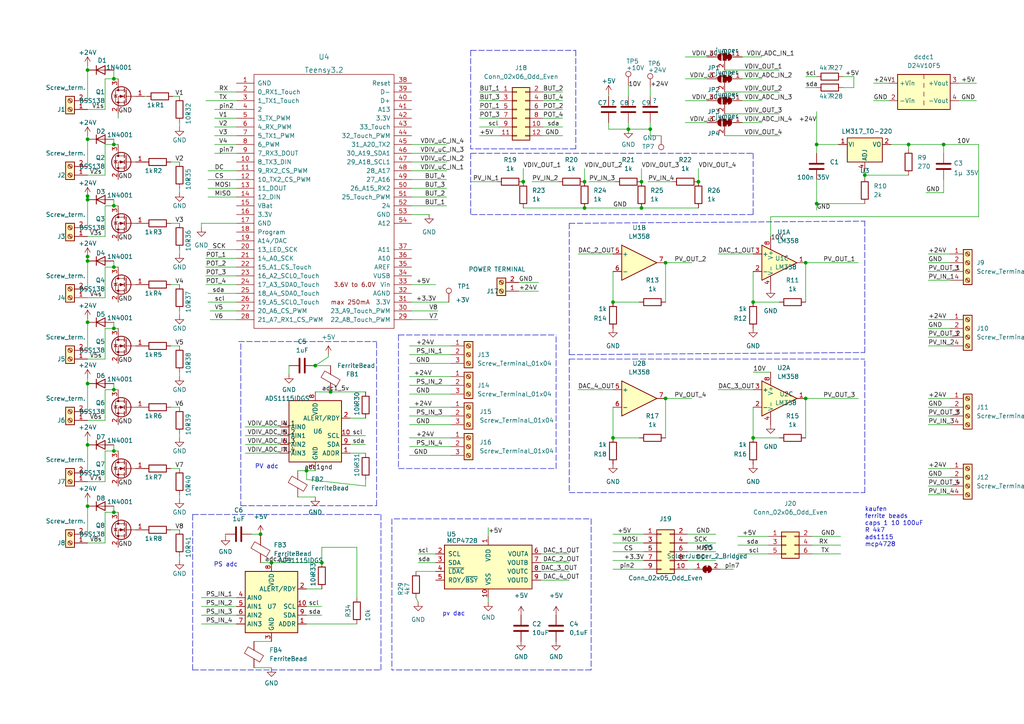
<source format=kicad_sch>
(kicad_sch (version 20211123) (generator eeschema)
  (paper "A4")
  (junction (at 233.68 76.2))
  (junction (at 33.02 22.86))
  (junction (at 25.4 74.422))
  (junction (at 33.02 41.91))
  (junction (at 218.44 87.63))
  (junction (at 33.02 59.69))
  (junction (at 186.055 60.325))
  (junction (at 93.345 163.195))
  (junction (at 233.68 115.57))
  (junction (at 169.545 60.325))
  (junction (at 88.9 136.525))
  (junction (at 182.245 37.465))
  (junction (at 25.4 20.32))
  (junction (at 218.44 127))
  (junction (at 33.02 130.81))
  (junction (at 186.055 52.705))
  (junction (at 25.4 40.386))
  (junction (at 236.855 41.91))
  (junction (at 193.04 76.2))
  (junction (at 177.8 127))
  (junction (at 33.02 77.47))
  (junction (at 91.44 106.045))
  (junction (at 273.685 41.91))
  (junction (at 177.8 87.63))
  (junction (at 33.02 95.25))
  (junction (at 188.595 37.465))
  (junction (at 25.4 93.472))
  (junction (at 193.04 115.57))
  (junction (at 78.74 163.195))
  (junction (at 25.4 57.912))
  (junction (at 263.525 41.91))
  (junction (at 25.4 146.812))
  (junction (at 95.885 113.665))
  (junction (at 25.4 111.252))
  (junction (at 33.02 113.03))
  (junction (at 33.02 148.59))
  (junction (at 202.565 52.705))
  (junction (at 236.855 59.055))
  (junction (at 25.4 56.896))
  (junction (at 169.545 52.705))
  (junction (at 75.565 154.94))
  (junction (at 250.825 50.8))
  (junction (at 151.765 52.705))
  (junction (at 25.4 75.692))
  (junction (at 25.4 129.032))
  (wire (pts (xy 177.8 127) (xy 185.42 127)))
  (wire (pts (xy 169.545 48.895) (xy 169.545 52.705)))
  (wire (pts (xy 136.525 52.705) (xy 144.145 52.705)))
  (wire (pts (xy 119.38 87.63) (xy 130.175 87.63)))
  (wire (pts (xy 208.28 113.03) (xy 218.44 113.03)))
  (wire (pts (xy 58.42 175.895) (xy 68.58 175.895)))
  (wire (pts (xy 126.365 165.735) (xy 120.65 165.735)))
  (wire (pts (xy 34.29 104.14) (xy 34.29 105.41)))
  (wire (pts (xy 193.04 76.2) (xy 200.66 76.2)))
  (wire (pts (xy 60.96 92.71) (xy 68.58 92.71)))
  (wire (pts (xy 119.38 82.55) (xy 126.365 82.55)))
  (wire (pts (xy 218.44 118.11) (xy 218.44 127)))
  (wire (pts (xy 121.285 160.655) (xy 126.365 160.655)))
  (wire (pts (xy 273.685 52.07) (xy 273.685 55.88)))
  (wire (pts (xy 60.325 87.63) (xy 68.58 87.63)))
  (wire (pts (xy 33.02 113.03) (xy 34.29 113.03)))
  (wire (pts (xy 177.8 87.63) (xy 185.42 87.63)))
  (wire (pts (xy 121.285 174.625) (xy 120.65 173.355)))
  (wire (pts (xy 60.325 49.53) (xy 68.58 49.53)))
  (wire (pts (xy 25.4 31.75) (xy 30.48 31.75)))
  (wire (pts (xy 215.265 22.86) (xy 220.98 22.86)))
  (wire (pts (xy 95.885 113.665) (xy 106.045 113.665)))
  (wire (pts (xy 49.53 46.99) (xy 52.07 46.99)))
  (polyline (pts (xy 165.1 102.87) (xy 250.825 102.235)))
  (wire (pts (xy 193.04 115.57) (xy 200.66 115.57)))
  (wire (pts (xy 118.745 102.87) (xy 130.81 102.87)))
  (wire (pts (xy 233.68 115.57) (xy 233.68 127)))
  (wire (pts (xy 60.325 52.07) (xy 68.58 52.07)))
  (wire (pts (xy 244.475 25.4) (xy 247.65 25.4)))
  (wire (pts (xy 93.345 158.75) (xy 103.505 158.75)))
  (wire (pts (xy 139.065 39.37) (xy 144.78 39.37)))
  (wire (pts (xy 269.24 115.57) (xy 275.59 115.57)))
  (wire (pts (xy 75.565 154.94) (xy 73.025 154.94)))
  (wire (pts (xy 33.02 146.812) (xy 33.02 148.59)))
  (wire (pts (xy 150.495 81.915) (xy 156.21 81.915)))
  (wire (pts (xy 59.69 82.55) (xy 68.58 82.55)))
  (wire (pts (xy 223.52 62.865) (xy 223.52 68.58)))
  (wire (pts (xy 218.44 127) (xy 226.06 127)))
  (wire (pts (xy 34.29 33.02) (xy 34.29 34.29)))
  (wire (pts (xy 208.915 165.1) (xy 212.725 165.1)))
  (wire (pts (xy 59.69 80.01) (xy 68.58 80.01)))
  (wire (pts (xy 62.23 31.75) (xy 68.58 31.75)))
  (wire (pts (xy 25.4 109.728) (xy 25.4 111.252)))
  (wire (pts (xy 218.44 78.74) (xy 218.44 87.63)))
  (wire (pts (xy 198.755 16.51) (xy 205.105 16.51)))
  (polyline (pts (xy 114.3 150.495) (xy 171.45 150.495)))
  (wire (pts (xy 25.4 50.8) (xy 30.48 50.8)))
  (wire (pts (xy 88.9 175.895) (xy 93.345 175.895)))
  (polyline (pts (xy 250.825 142.875) (xy 250.825 104.14)))
  (wire (pts (xy 118.745 127) (xy 130.81 127)))
  (wire (pts (xy 169.545 60.325) (xy 186.055 60.325)))
  (wire (pts (xy 215.265 29.21) (xy 220.98 29.21)))
  (wire (pts (xy 139.065 34.29) (xy 144.78 34.29)))
  (wire (pts (xy 30.48 148.59) (xy 33.02 148.59)))
  (polyline (pts (xy 218.44 62.23) (xy 136.525 62.23)))
  (wire (pts (xy 119.38 41.91) (xy 129.54 41.91)))
  (wire (pts (xy 118.745 120.65) (xy 130.81 120.65)))
  (wire (pts (xy 25.4 20.32) (xy 25.4 29.21)))
  (wire (pts (xy 33.02 40.386) (xy 33.02 41.91)))
  (wire (pts (xy 103.505 158.75) (xy 103.505 173.355)))
  (wire (pts (xy 119.38 62.23) (xy 124.46 62.23)))
  (wire (pts (xy 223.52 62.865) (xy 283.845 62.865)))
  (wire (pts (xy 193.04 115.57) (xy 193.04 127)))
  (wire (pts (xy 30.48 59.69) (xy 33.02 59.69)))
  (wire (pts (xy 25.4 56.896) (xy 25.4 57.912)))
  (wire (pts (xy 269.24 118.11) (xy 275.59 118.11)))
  (wire (pts (xy 25.4 127.762) (xy 25.4 129.032)))
  (wire (pts (xy 269.24 78.74) (xy 275.59 78.74)))
  (wire (pts (xy 177.8 118.11) (xy 177.8 127)))
  (wire (pts (xy 86.36 136.525) (xy 88.9 136.525)))
  (wire (pts (xy 50.165 27.94) (xy 52.07 27.94)))
  (wire (pts (xy 188.595 27.94) (xy 188.595 25.4)))
  (wire (pts (xy 236.855 41.91) (xy 243.205 41.91)))
  (wire (pts (xy 30.48 68.58) (xy 30.48 59.69)))
  (wire (pts (xy 42.545 27.94) (xy 41.91 27.94)))
  (wire (pts (xy 199.39 160.02) (xy 207.6029 160.0285)))
  (wire (pts (xy 25.4 56.642) (xy 25.4 56.896)))
  (wire (pts (xy 167.64 73.66) (xy 177.8 73.66)))
  (wire (pts (xy 201.295 165.1) (xy 199.39 165.1)))
  (wire (pts (xy 118.745 129.54) (xy 130.81 129.54)))
  (wire (pts (xy 157.48 26.67) (xy 163.195 26.67)))
  (wire (pts (xy 95.25 103.505) (xy 95.25 102.87)))
  (wire (pts (xy 177.7579 160.0285) (xy 186.69 160.02)))
  (wire (pts (xy 182.245 37.465) (xy 188.595 37.465)))
  (wire (pts (xy 177.8 78.74) (xy 177.8 87.63)))
  (wire (pts (xy 182.245 35.56) (xy 182.245 37.465)))
  (wire (pts (xy 34.29 68.58) (xy 34.29 69.85)))
  (wire (pts (xy 283.845 41.91) (xy 283.845 62.865)))
  (wire (pts (xy 33.02 57.912) (xy 33.02 59.69)))
  (wire (pts (xy 25.4 74.168) (xy 25.4 74.422)))
  (wire (pts (xy 62.23 41.91) (xy 68.58 41.91)))
  (wire (pts (xy 177.7579 157.4885) (xy 186.69 157.48)))
  (wire (pts (xy 269.24 120.65) (xy 275.59 120.65)))
  (wire (pts (xy 25.4 129.032) (xy 25.4 137.16)))
  (wire (pts (xy 33.02 77.47) (xy 34.29 77.47)))
  (wire (pts (xy 34.29 139.7) (xy 34.29 140.97)))
  (wire (pts (xy 30.48 31.75) (xy 30.48 22.86)))
  (wire (pts (xy 118.745 114.3) (xy 130.81 114.3)))
  (wire (pts (xy 253.365 29.21) (xy 257.81 29.21)))
  (wire (pts (xy 236.855 41.91) (xy 236.855 44.45)))
  (wire (pts (xy 34.29 50.8) (xy 34.29 52.07)))
  (wire (pts (xy 119.38 92.71) (xy 127 92.71)))
  (wire (pts (xy 60.325 54.61) (xy 68.58 54.61)))
  (wire (pts (xy 101.6 131.445) (xy 106.045 131.445)))
  (wire (pts (xy 269.24 95.25) (xy 275.59 95.25)))
  (wire (pts (xy 235.585 160.655) (xy 243.84 160.655)))
  (wire (pts (xy 144.78 26.67) (xy 139.065 26.67)))
  (wire (pts (xy 233.68 115.57) (xy 248.92 115.57)))
  (wire (pts (xy 213.995 160.655) (xy 222.885 160.655)))
  (wire (pts (xy 88.9 170.815) (xy 93.345 170.815)))
  (wire (pts (xy 139.065 29.21) (xy 144.78 29.21)))
  (wire (pts (xy 49.53 82.55) (xy 52.07 82.55)))
  (wire (pts (xy 258.445 41.91) (xy 263.525 41.91)))
  (wire (pts (xy 188.595 37.465) (xy 188.595 39.37)))
  (wire (pts (xy 269.24 123.19) (xy 275.59 123.19)))
  (wire (pts (xy 75.565 163.195) (xy 78.74 163.195)))
  (wire (pts (xy 250.825 49.53) (xy 250.825 50.8)))
  (wire (pts (xy 71.12 126.365) (xy 81.28 126.365)))
  (wire (pts (xy 233.68 76.2) (xy 248.92 76.2)))
  (wire (pts (xy 59.69 29.21) (xy 68.58 29.21)))
  (wire (pts (xy 101.6 121.285) (xy 106.045 121.285)))
  (wire (pts (xy 118.745 118.11) (xy 130.81 118.11)))
  (wire (pts (xy 250.825 50.8) (xy 263.525 50.8)))
  (wire (pts (xy 269.24 92.71) (xy 275.59 92.71)))
  (wire (pts (xy 93.345 158.75) (xy 93.345 163.195)))
  (wire (pts (xy 25.4 92.456) (xy 25.4 93.472)))
  (wire (pts (xy 78.74 163.195) (xy 93.345 163.195)))
  (wire (pts (xy 95.885 106.045) (xy 91.44 106.045)))
  (wire (pts (xy 208.28 73.66) (xy 218.44 73.66)))
  (wire (pts (xy 52.07 54.61) (xy 52.07 55.88)))
  (wire (pts (xy 269.24 97.79) (xy 275.59 97.79)))
  (wire (pts (xy 210.185 20.32) (xy 226.06 20.32)))
  (wire (pts (xy 25.4 86.36) (xy 30.48 86.36)))
  (wire (pts (xy 188.595 37.465) (xy 188.595 35.56)))
  (wire (pts (xy 30.48 139.7) (xy 30.48 130.81)))
  (wire (pts (xy 188.595 39.37) (xy 191.77 39.37)))
  (wire (pts (xy 25.4 75.692) (xy 25.4 83.82)))
  (wire (pts (xy 118.745 109.22) (xy 130.81 109.22)))
  (wire (pts (xy 30.48 113.03) (xy 33.02 113.03)))
  (wire (pts (xy 52.07 125.73) (xy 52.07 127)))
  (wire (pts (xy 62.23 26.67) (xy 68.58 26.67)))
  (wire (pts (xy 33.02 20.32) (xy 33.02 22.86)))
  (wire (pts (xy 269.24 135.89) (xy 275.59 135.89)))
  (wire (pts (xy 52.07 90.17) (xy 52.07 91.44)))
  (wire (pts (xy 247.65 22.225) (xy 247.65 25.4)))
  (wire (pts (xy 141.605 173.355) (xy 141.605 174.625)))
  (polyline (pts (xy 165.1 142.875) (xy 250.825 142.875)))
  (wire (pts (xy 58.42 173.355) (xy 68.58 173.355)))
  (wire (pts (xy 187.96 52.705) (xy 194.945 52.705)))
  (polyline (pts (xy 218.44 44.45) (xy 218.44 62.23)))
  (wire (pts (xy 25.4 145.542) (xy 25.4 146.812)))
  (wire (pts (xy 202.565 48.895) (xy 202.565 52.705)))
  (wire (pts (xy 58.42 180.975) (xy 68.58 180.975)))
  (wire (pts (xy 58.42 64.77) (xy 58.42 66.04)))
  (wire (pts (xy 233.68 22.225) (xy 236.855 22.225)))
  (wire (pts (xy 235.585 155.575) (xy 243.84 155.575)))
  (polyline (pts (xy 109.22 146.685) (xy 109.22 99.06)))
  (wire (pts (xy 156.845 168.275) (xy 165.1 168.275)))
  (wire (pts (xy 118.745 105.41) (xy 130.81 105.41)))
  (wire (pts (xy 71.12 128.905) (xy 81.28 128.905)))
  (wire (pts (xy 167.64 113.03) (xy 177.8 113.03)))
  (wire (pts (xy 106.045 139.065) (xy 106.045 140.97)))
  (wire (pts (xy 269.24 143.51) (xy 275.59 143.51)))
  (wire (pts (xy 60.325 85.09) (xy 68.58 85.09)))
  (wire (pts (xy 49.53 118.11) (xy 52.07 118.11)))
  (wire (pts (xy 244.475 22.225) (xy 247.65 22.225)))
  (wire (pts (xy 193.04 76.2) (xy 193.04 87.63)))
  (wire (pts (xy 177.8 165.1) (xy 186.69 165.1)))
  (polyline (pts (xy 115.57 135.89) (xy 161.29 135.89)))
  (wire (pts (xy 25.4 111.252) (xy 25.4 119.38)))
  (wire (pts (xy 71.12 123.825) (xy 81.28 123.825)))
  (wire (pts (xy 157.48 34.29) (xy 163.195 34.29)))
  (wire (pts (xy 156.845 163.195) (xy 165.1 163.195)))
  (wire (pts (xy 119.38 54.61) (xy 129.54 54.61)))
  (wire (pts (xy 73.66 193.675) (xy 78.74 193.675)))
  (wire (pts (xy 65.405 155.575) (xy 65.405 154.94)))
  (wire (pts (xy 34.29 157.48) (xy 34.29 158.75)))
  (wire (pts (xy 59.69 77.47) (xy 68.58 77.47)))
  (wire (pts (xy 49.53 64.77) (xy 52.07 64.77)))
  (wire (pts (xy 34.29 86.36) (xy 34.29 87.63)))
  (wire (pts (xy 263.525 41.91) (xy 273.685 41.91)))
  (wire (pts (xy 30.48 130.81) (xy 33.02 130.81)))
  (polyline (pts (xy 115.57 97.155) (xy 161.29 97.155)))
  (wire (pts (xy 215.265 16.51) (xy 220.98 16.51)))
  (wire (pts (xy 30.48 77.47) (xy 33.02 77.47)))
  (wire (pts (xy 218.44 87.63) (xy 226.06 87.63)))
  (wire (pts (xy 25.4 68.58) (xy 30.48 68.58)))
  (wire (pts (xy 101.6 126.365) (xy 106.045 126.365)))
  (wire (pts (xy 59.69 74.93) (xy 68.58 74.93)))
  (wire (pts (xy 186.055 60.325) (xy 202.565 60.325)))
  (polyline (pts (xy 165.1 64.77) (xy 165.1 102.87)))
  (polyline (pts (xy 165.1 104.14) (xy 165.1 142.875)))
  (wire (pts (xy 52.07 35.56) (xy 52.07 36.83)))
  (polyline (pts (xy 115.57 97.155) (xy 115.57 135.89)))
  (wire (pts (xy 250.825 59.055) (xy 236.855 59.055)))
  (polyline (pts (xy 165.1 104.14) (xy 250.825 104.14)))
  (wire (pts (xy 86.36 144.145) (xy 91.44 144.145)))
  (wire (pts (xy 30.48 41.91) (xy 33.02 41.91)))
  (wire (pts (xy 60.96 90.17) (xy 68.58 90.17)))
  (wire (pts (xy 88.9 136.525) (xy 91.44 136.525)))
  (polyline (pts (xy 161.29 135.89) (xy 161.29 97.155)))
  (wire (pts (xy 30.48 22.86) (xy 33.02 22.86)))
  (wire (pts (xy 273.685 41.91) (xy 273.685 44.45)))
  (wire (pts (xy 210.185 26.67) (xy 226.06 26.67)))
  (wire (pts (xy 263.525 41.91) (xy 263.525 43.18)))
  (polyline (pts (xy 55.88 149.225) (xy 55.88 194.31)))
  (wire (pts (xy 106.045 140.97) (xy 88.9 139.065)))
  (wire (pts (xy 33.02 75.692) (xy 33.02 77.47)))
  (wire (pts (xy 269.24 100.33) (xy 275.59 100.33)))
  (wire (pts (xy 118.745 123.19) (xy 130.81 123.19)))
  (wire (pts (xy 118.745 100.33) (xy 130.81 100.33)))
  (wire (pts (xy 25.4 157.48) (xy 30.48 157.48)))
  (wire (pts (xy 30.48 86.36) (xy 30.48 77.47)))
  (wire (pts (xy 182.245 24.765) (xy 182.245 27.94)))
  (wire (pts (xy 156.845 165.735) (xy 165.1 165.735)))
  (wire (pts (xy 88.9 139.065) (xy 88.9 136.525)))
  (wire (pts (xy 33.02 93.472) (xy 33.02 95.25)))
  (wire (pts (xy 60.325 72.39) (xy 68.58 72.39)))
  (wire (pts (xy 223.52 107.95) (xy 218.44 107.95)))
  (wire (pts (xy 269.24 138.43) (xy 275.59 138.43)))
  (wire (pts (xy 58.42 178.435) (xy 68.58 178.435)))
  (polyline (pts (xy 69.85 146.685) (xy 109.22 146.685)))
  (wire (pts (xy 157.48 36.83) (xy 163.195 36.83)))
  (wire (pts (xy 60.325 57.15) (xy 68.58 57.15)))
  (wire (pts (xy 139.065 36.83) (xy 144.78 36.83)))
  (wire (pts (xy 186.055 48.895) (xy 186.055 52.705)))
  (polyline (pts (xy 69.85 99.695) (xy 69.85 146.685)))
  (wire (pts (xy 25.4 93.472) (xy 25.4 101.6)))
  (wire (pts (xy 199.39 157.48) (xy 207.6029 157.4885)))
  (wire (pts (xy 119.38 49.53) (xy 129.54 49.53)))
  (wire (pts (xy 33.02 59.69) (xy 34.29 59.69)))
  (wire (pts (xy 25.4 57.912) (xy 25.4 66.04)))
  (polyline (pts (xy 165.1 64.77) (xy 250.825 64.135)))
  (wire (pts (xy 49.53 135.89) (xy 52.07 135.89)))
  (wire (pts (xy 33.02 130.81) (xy 34.29 130.81)))
  (wire (pts (xy 151.765 60.325) (xy 169.545 60.325)))
  (wire (pts (xy 236.855 59.055) (xy 236.855 60.96)))
  (wire (pts (xy 33.02 129.032) (xy 33.02 130.81)))
  (polyline (pts (xy 55.88 149.225) (xy 110.49 149.225)))
  (wire (pts (xy 199.39 154.94) (xy 207.6029 154.9485)))
  (polyline (pts (xy 110.49 194.31) (xy 110.49 149.225)))
  (wire (pts (xy 75.565 155.575) (xy 75.565 154.94)))
  (wire (pts (xy 119.38 44.45) (xy 129.54 44.45)))
  (wire (pts (xy 62.23 34.29) (xy 68.58 34.29)))
  (polyline (pts (xy 167.005 43.18) (xy 136.525 43.18)))
  (wire (pts (xy 33.02 22.86) (xy 34.29 22.86)))
  (wire (pts (xy 170.815 52.705) (xy 178.435 52.705)))
  (wire (pts (xy 176.53 37.465) (xy 176.53 35.56)))
  (wire (pts (xy 235.585 158.115) (xy 243.84 158.115)))
  (polyline (pts (xy 136.525 14.605) (xy 136.525 43.18)))
  (wire (pts (xy 176.53 27.305) (xy 176.53 27.94)))
  (wire (pts (xy 119.38 90.17) (xy 127 90.17)))
  (polyline (pts (xy 171.45 194.31) (xy 113.665 194.31)))
  (wire (pts (xy 62.23 36.83) (xy 68.58 36.83)))
  (wire (pts (xy 25.4 139.7) (xy 30.48 139.7)))
  (wire (pts (xy 215.265 35.56) (xy 220.98 35.56)))
  (wire (pts (xy 233.68 76.2) (xy 233.68 87.63)))
  (wire (pts (xy 250.825 50.8) (xy 250.825 51.435)))
  (wire (pts (xy 157.48 39.37) (xy 163.195 39.37)))
  (wire (pts (xy 30.48 121.92) (xy 30.48 113.03)))
  (wire (pts (xy 95.25 103.505) (xy 91.44 106.045)))
  (wire (pts (xy 157.48 29.21) (xy 163.195 29.21)))
  (wire (pts (xy 52.07 107.95) (xy 52.07 109.22)))
  (polyline (pts (xy 136.525 44.45) (xy 136.525 62.23)))
  (wire (pts (xy 49.53 153.67) (xy 52.07 153.67)))
  (wire (pts (xy 177.7579 154.9485) (xy 186.69 154.94)))
  (wire (pts (xy 213.995 155.575) (xy 222.885 155.575)))
  (wire (pts (xy 62.23 44.45) (xy 68.58 44.45)))
  (polyline (pts (xy 113.665 150.495) (xy 113.665 194.31)))
  (wire (pts (xy 253.365 24.13) (xy 257.81 24.13)))
  (polyline (pts (xy 250.825 102.235) (xy 250.825 64.135)))
  (wire (pts (xy 25.4 74.422) (xy 25.4 75.692)))
  (wire (pts (xy 154.305 52.705) (xy 161.925 52.705)))
  (wire (pts (xy 71.12 131.445) (xy 81.28 131.445)))
  (wire (pts (xy 119.38 57.15) (xy 129.54 57.15)))
  (wire (pts (xy 101.6 128.905) (xy 106.045 128.905)))
  (wire (pts (xy 151.765 48.895) (xy 151.765 52.705)))
  (wire (pts (xy 68.58 64.77) (xy 58.42 64.77)))
  (wire (pts (xy 121.285 163.195) (xy 126.365 163.195)))
  (wire (pts (xy 150.495 84.455) (xy 156.21 84.455)))
  (polyline (pts (xy 171.45 150.495) (xy 171.45 194.31)))
  (wire (pts (xy 119.38 59.69) (xy 129.54 59.69)))
  (wire (pts (xy 141.605 153.035) (xy 141.605 155.575)))
  (wire (pts (xy 25.4 19.05) (xy 25.4 20.32)))
  (wire (pts (xy 52.07 161.29) (xy 52.07 162.56)))
  (wire (pts (xy 33.02 148.59) (xy 34.29 148.59)))
  (wire (pts (xy 198.755 22.86) (xy 205.105 22.86)))
  (wire (pts (xy 236.855 52.07) (xy 236.855 59.055)))
  (wire (pts (xy 73.66 186.055) (xy 78.74 186.055)))
  (wire (pts (xy 118.745 132.08) (xy 130.81 132.08)))
  (wire (pts (xy 91.44 113.665) (xy 95.885 113.665)))
  (wire (pts (xy 34.29 121.92) (xy 34.29 123.19)))
  (wire (pts (xy 25.4 39.37) (xy 25.4 40.386)))
  (polyline (pts (xy 136.525 14.605) (xy 167.005 14.605)))
  (wire (pts (xy 25.4 40.386) (xy 25.4 48.26)))
  (wire (pts (xy 273.685 41.91) (xy 283.845 41.91)))
  (wire (pts (xy 177.7579 162.5685) (xy 186.69 162.56)))
  (wire (pts (xy 33.02 41.91) (xy 34.29 41.91)))
  (wire (pts (xy 156.845 160.655) (xy 165.1 160.655)))
  (wire (pts (xy 83.82 108.585) (xy 83.82 106.045)))
  (wire (pts (xy 25.4 104.14) (xy 30.48 104.14)))
  (wire (pts (xy 30.48 50.8) (xy 30.48 41.91)))
  (wire (pts (xy 269.24 73.66) (xy 275.59 73.66)))
  (wire (pts (xy 30.48 95.25) (xy 33.02 95.25)))
  (wire (pts (xy 269.24 76.2) (xy 275.59 76.2)))
  (wire (pts (xy 269.24 81.28) (xy 275.59 81.28)))
  (wire (pts (xy 213.995 158.115) (xy 222.885 158.115)))
  (wire (pts (xy 210.185 33.02) (xy 226.06 33.02)))
  (polyline (pts (xy 167.005 14.605) (xy 167.005 43.18)))
  (wire (pts (xy 157.48 31.75) (xy 163.195 31.75)))
  (wire (pts (xy 52.07 143.51) (xy 52.07 144.78)))
  (wire (pts (xy 25.4 146.812) (xy 25.4 154.94)))
  (wire (pts (xy 119.38 52.07) (xy 129.54 52.07)))
  (wire (pts (xy 88.9 178.435) (xy 93.345 178.435)))
  (wire (pts (xy 62.23 39.37) (xy 68.58 39.37)))
  (wire (pts (xy 119.38 46.99) (xy 129.54 46.99)))
  (wire (pts (xy 199.39 162.56) (xy 207.6029 162.5685)))
  (wire (pts (xy 33.02 95.25) (xy 34.29 95.25)))
  (wire (pts (xy 269.24 140.97) (xy 275.59 140.97)))
  (wire (pts (xy 139.065 31.75) (xy 144.78 31.75)))
  (polyline (pts (xy 55.88 194.31) (xy 110.49 194.31)))
  (wire (pts (xy 33.02 111.252) (xy 33.02 113.03)))
  (wire (pts (xy 236.855 32.385) (xy 236.855 41.91)))
  (wire (pts (xy 198.755 35.56) (xy 205.105 35.56)))
  (wire (pts (xy 210.185 39.37) (xy 226.06 39.37)))
  (wire (pts (xy 118.745 111.76) (xy 130.81 111.76)))
  (wire (pts (xy 52.07 72.39) (xy 52.07 73.66)))
  (wire (pts (xy 30.48 104.14) (xy 30.48 95.25)))
  (wire (pts (xy 268.605 55.88) (xy 273.685 55.88)))
  (wire (pts (xy 176.53 37.465) (xy 182.245 37.465)))
  (wire (pts (xy 30.48 157.48) (xy 30.48 148.59)))
  (wire (pts (xy 198.755 29.21) (xy 205.105 29.21)))
  (wire (pts (xy 278.13 24.13) (xy 283.21 24.13)))
  (wire (pts (xy 49.53 100.33) (xy 52.07 100.33)))
  (wire (pts (xy 88.9 180.975) (xy 103.505 180.975)))
  (wire (pts (xy 25.4 121.92) (xy 30.48 121.92)))
  (polyline (pts (xy 136.525 44.45) (xy 218.44 44.45)))
  (wire (pts (xy 278.13 29.21) (xy 283.21 29.21)))
  (polyline (pts (xy 69.215 99.06) (xy 109.22 99.06)))
  (wire (pts (xy 233.68 25.4) (xy 236.855 25.4)))
  (text "kaufen\nferrite beads\ncaps 1 10 100uF\nR 4k7\nads1115\nmcp4728\n" (at 250.825 158.75 0) (effects (font (size 1.27 1.27)) (justify left bottom)))
  (text "PS adc" (at 61.976 164.592 0) (effects (font (size 1.27 1.27)) (justify left bottom)))
  (text "pv dac" (at 128.27 178.816 0) (effects (font (size 1.27 1.27)) (justify left bottom)))
  (text "PV adc" (at 73.914 136.144 0) (effects (font (size 1.27 1.27)) (justify left bottom)))
  (label "V8s" (at 26.035 157.48 0))
  (label "GND" (at 120.65 123.19 0))
  (label "PS_IN_3" (at 59.69 178.435 0))
  (label "GND" (at 150.495 81.915 0))
  (label "BUT_1" (at 123.19 59.69 0))
  (label "PV_IN_3" (at 170.815 52.705 0))
  (label "VDIV_uC_IN_1" (at 121.92 49.53 0))
  (label "BUT_2" (at 123.19 57.15 0))
  (label "+3.3V" (at 120.65 87.63 0))
  (label "GND" (at 34.29 140.97 0))
  (label "+24V" (at 269.24 92.71 0))
  (label "SCK" (at 61.595 72.39 0))
  (label "pin2 " (at 63.5 31.75 0))
  (label "MOSI" (at 62.23 54.61 0))
  (label "VDIV_OUT_1" (at 215.9 20.32 0))
  (label "V6s" (at 26.035 121.92 0))
  (label "adc1_5v" (at 93.345 113.665 0))
  (label "GND" (at 269.24 76.2 0))
  (label "GND" (at 34.29 105.41 0))
  (label "VDIV_ADC_IN_1" (at 216.535 16.51 0))
  (label "CS" (at 62.23 52.07 0))
  (label "scl" (at 62.23 87.63 0))
  (label "PV_OUT_1" (at 269.24 78.74 0))
  (label "sda" (at 233.68 25.4 0))
  (label "VDIV_OUT_1" (at 151.765 48.895 0))
  (label "V8" (at 124.46 90.17 0))
  (label "POT_2" (at 59.69 77.47 0))
  (label "DAC_3_OUT" (at 156.845 165.735 0))
  (label "V4" (at 50.8 82.55 0))
  (label "V6" (at 62.23 92.71 0))
  (label "V8" (at 50.8 153.67 0))
  (label "V7" (at 124.46 92.71 0))
  (label "VDIV_ADC_IN_4" (at 71.755 131.445 0))
  (label "VDIV_ADC_IN_3" (at 71.755 128.905 0))
  (label "VDIV_OUT_2" (at 215.9 26.67 0))
  (label "DAC_2_OUT" (at 157.48 163.195 0))
  (label "scl" (at 217.17 160.655 0))
  (label "PS_IN_2" (at 59.69 175.895 0))
  (label "PV_OUT_2" (at 269.24 97.79 0))
  (label "V4" (at 63.5 41.91 0))
  (label "sda" (at 61.595 85.09 0))
  (label "BUT_2" (at 157.48 26.67 0))
  (label "GND" (at 34.29 123.19 0))
  (label "BUT_4" (at 123.19 52.07 0))
  (label "V6" (at 50.8 118.11 0))
  (label "V2s" (at 26.035 50.8 0))
  (label "PV_OUT_1" (at 238.76 76.2 0))
  (label "VDIV_ADC_IN_2" (at 215.9 22.86 0))
  (label "VDIV_uC_IN_4" (at 121.92 41.91 0))
  (label "GND" (at 269.24 138.43 0))
  (label "GND" (at 177.8 60.325 0))
  (label "VDIV_uC_IN_4" (at 200.025 35.56 0))
  (label "GND" (at 34.29 158.75 0))
  (label "PS_IN_2" (at 120.65 111.76 0))
  (label "GND" (at 34.29 69.85 0))
  (label "sda" (at 158.75 36.83 0))
  (label "TX" (at 63.5 29.21 0))
  (label "POT_1" (at 139.065 31.75 0))
  (label "sda" (at 89.535 178.435 0))
  (label "+5V" (at 179.0279 154.9473 0))
  (label "GND" (at 120.65 114.3 0))
  (label "BUT_4" (at 157.48 29.21 0))
  (label "SCK" (at 201.2529 157.4819 0))
  (label "MISO" (at 201.8879 160.0226 0))
  (label "RX" (at 237.49 158.115 0))
  (label "V3" (at 50.8 64.77 0))
  (label "10V" (at 182.245 25.4 0))
  (label "MOSI" (at 180.2979 157.4861 0))
  (label "VDIV_uC_IN_2" (at 121.92 46.99 0))
  (label "V3s" (at 26.035 68.58 0))
  (label "PV_IN_4" (at 269.24 143.51 0))
  (label "BUT_1" (at 139.065 26.67 0))
  (label "+24V" (at 120.015 109.22 0))
  (label "+24V" (at 269.24 135.89 0))
  (label "pin7" (at 210.185 165.1 0))
  (label "pin2 " (at 179.705 165.1 0))
  (label "GND" (at 238.125 155.575 0))
  (label "GND" (at 269.24 95.25 0))
  (label "V7" (at 50.8 135.89 0))
  (label "+24V" (at 120.015 118.11 0))
  (label "V2" (at 63.5 36.83 0))
  (label "GND" (at 120.015 132.08 0))
  (label "DAC_3_OUT" (at 208.28 113.03 0))
  (label "BUT_3" (at 123.19 54.61 0))
  (label "V4s" (at 26.035 86.36 0))
  (label "+3.3V" (at 180.9329 162.5655 0))
  (label "+24V" (at 253.365 24.13 0))
  (label "PV_OUT_2" (at 195.58 76.2 0))
  (label "VDIV_ADC_IN_3" (at 215.9 29.21 0))
  (label "V5" (at 62.23 90.17 0))
  (label "PV_IN_1" (at 137.16 52.705 0))
  (label "DC" (at 201.8879 162.5626 0))
  (label "V2" (at 50.8 46.99 0))
  (label "sda" (at 121.285 163.195 0))
  (label "RX" (at 63.5 26.67 0))
  (label "VDIV_ADC_IN_1" (at 71.755 123.825 0))
  (label "PV_IN_4" (at 187.96 52.705 0))
  (label "POT_2" (at 157.48 31.75 0))
  (label "TX" (at 238.125 160.655 0))
  (label "VDIV_uC_IN_1" (at 200.66 16.51 0))
  (label "adc1gnd" (at 88.265 136.525 0))
  (label "+24V" (at 188.595 25.4 0))
  (label "PV_OUT_4" (at 195.58 115.57 0))
  (label "V1" (at 63.5 34.29 0))
  (label "V1" (at 50.8 27.94 0))
  (label "VDIV_uC_IN_3" (at 200.66 29.21 0))
  (label "PV_OUT_4" (at 269.24 140.97 0))
  (label "+24V" (at 150.495 84.455 0))
  (label "POT_4" (at 59.69 82.55 0))
  (label "PV_IN_2" (at 269.24 100.33 0))
  (label "sda" (at 102.235 128.905 0))
  (label "PS_IN_1" (at 120.65 102.87 0))
  (label "GND" (at 268.605 55.88 0) (effects (font (size 1.2446 1.2446))))
  (label "GND" (at 201.8879 154.9426 0))
  (label "10V" (at 223.52 69.85 0))
  (label "DAC_1_OUT" (at 157.48 160.655 0))
  (label "PV_OUT_3" (at 269.24 120.65 0))
  (label "+24V" (at 236.855 35.56 180) (effects (font (size 1.2446 1.2446))))
  (label "GND" (at 158.115 39.37 0))
  (label "+5V" (at 120.65 82.55 0))
  (label "POT_3" (at 139.065 34.29 0))
  (label "GND" (at 269.24 118.11 0))
  (label "scl" (at 141.605 36.83 0))
  (label "DAC_1_OUT" (at 208.28 73.66 0))
  (label "scl" (at 233.68 22.225 0))
  (label "PS_IN_3" (at 120.65 120.65 0))
  (label "POT_1" (at 59.69 74.93 0))
  (label "CS" (at 180.9329 160.0255 0))
  (label "DAC_4_OUT" (at 167.64 113.03 0))
  (label "+5V" (at 141.605 154.94 0))
  (label "VDIV_OUT_3" (at 186.055 48.895 0))
  (label "DC" (at 62.23 49.53 0))
  (label "POT_4" (at 157.48 34.29 0))
  (label "GND" (at 253.365 29.21 0))
  (label "VDIV_ADC_IN_4" (at 215.9 35.56 0))
  (label "+5V" (at 139.065 39.37 0))
  (label "+5V" (at 278.765 24.13 0))
  (label "V1s" (at 26.67 31.75 0))
  (label "GND" (at 278.765 29.21 0))
  (label "PV_IN_2" (at 154.305 52.705 0))
  (label "adc2_5v" (at 76.835 163.195 0))
  (label "10V" (at 218.44 107.95 0))
  (label "DAC_2_OUT" (at 167.64 73.66 0))
  (label "PS_IN_4" (at 59.69 180.975 0))
  (label "VDIV_OUT_4" (at 215.9 39.37 0))
  (label "DAC_4_OUT" (at 157.48 168.275 0))
  (label "PV_OUT_3" (at 238.76 115.57 0))
  (label "+5V" (at 215.265 155.575 0))
  (label "BUT_3" (at 139.065 29.21 0))
  (label "+24V" (at 120.65 100.33 0))
  (label "GND" (at 34.29 52.07 0))
  (label "scl" (at 102.235 126.365 0))
  (label "V7s" (at 26.035 139.7 0))
  (label "+24V" (at 269.24 73.66 0))
  (label "VDIV_OUT_3" (at 215.9 33.02 0))
  (label "pin7" (at 63.5 44.45 0))
  (label "sda" (at 216.535 158.115 0))
  (label "GND" (at 34.29 33.02 0))
  (label "+24V" (at 120.65 127 0))
  (label "GND" (at 34.29 87.63 0))
  (label "PV_IN_1" (at 269.24 81.28 0))
  (label "+24V" (at 269.24 115.57 0))
  (label "VDIV_OUT_2" (at 169.545 48.895 0))
  (label "V5" (at 50.8 100.33 0))
  (label "PS_IN_4" (at 120.65 129.54 0))
  (label "10V" (at 281.305 41.91 180))
  (label "VDIV_uC_IN_3" (at 121.92 44.45 0))
  (label "MISO" (at 62.23 57.15 0))
  (label "scl" (at 89.535 175.895 0))
  (label "POT_3" (at 59.69 80.01 0))
  (label "PS_IN_1" (at 59.69 173.355 0))
  (label "V3" (at 63.5 39.37 0))
  (label "scl" (at 121.285 160.655 0))
  (label "VDIV_OUT_4" (at 202.565 48.895 0))
  (label "V5s" (at 26.035 104.14 0))
  (label "+5V" (at 245.11 22.225 0))
  (label "PV_IN_3" (at 269.24 123.19 0))
  (label "GND" (at 236.855 60.96 0) (effects (font (size 1.2446 1.2446))))
  (label "GND" (at 120.65 105.41 0))
  (label "VDIV_ADC_IN_2" (at 71.755 126.365 0))
  (label "VDIV_uC_IN_2" (at 200.025 22.86 0))
  (symbol (lib_id "Connector:Screw_Terminal_01x02") (at 20.32 86.36 180) (unit 1)
    (property "Reference" "J4" (at 17.78 86.36 0))
    (property "Value" "Screw_term." (at 19.05 80.01 0))
    (property "Footprint" "TerminalBlock_Phoenix:TerminalBlock_Phoenix_MKDS-1,5-2_1x02_P5.00mm_Horizontal" (effects hide))
  )
  (symbol (lib_id "power:+24V") (at 25.4 127.762 0) (unit 1)
    (property "Reference" "#PWR0109" (effects hide))
    (property "Value" "+24V" (at 25.4 123.952 0))
  )
  (symbol (lib_id "Device:R") (at 202.565 56.515 0) (unit 1)
    (property "Reference" "R26" (at 205.105 55.2449 0) (effects (justify left)))
    (property "Value" "1k" (at 205.105 57.7849 0) (effects (justify left)))
    (property "Footprint" "Resistor_SMD:R_0805_2012Metric_Pad1.20x1.40mm_HandSolder" (effects hide))
  )
  (symbol (lib_id "Device:R") (at 147.955 52.705 90) (unit 1)
    (property "Reference" "R19" (at 147.955 46.355 90))
    (property "Value" "1k" (at 147.955 48.895 90))
    (property "Footprint" "Resistor_SMD:R_0805_2012Metric_Pad1.20x1.40mm_HandSolder" (effects hide))
  )
  (symbol (lib_id "Transistor_FET:BSS138") (at 36.83 64.77 0) (mirror y) (unit 1)
    (property "Reference" "Q3" (at 30.48 63.4999 0) (effects (justify left)))
    (property "Value" "BSS138" (at 30.48 66.0399 0) (effects (justify left)))
    (property "Footprint" "Package_TO_SOT_SMD:SOT-23" (effects hide))
    (property "Datasheet" "https://www.onsemi.com/pub/Collateral/BSS138-D.PDF" (effects hide))
  )
  (symbol (lib_id "power:GND") (at 177.8 95.25 0) (unit 1)
    (property "Reference" "#PWR0116" (effects hide))
    (property "Value" "GND" (at 177.8 100.33 0))
  )
  (symbol (lib_id "Device:R") (at 240.665 22.225 90) (unit 1)
    (property "Reference" "R27" (at 242.57 19.685 90))
    (property "Value" "4k7" (at 239.395 19.685 90))
    (property "Footprint" "Resistor_SMD:R_0805_2012Metric_Pad1.20x1.40mm_HandSolder" (effects hide))
  )
  (symbol (lib_id "Connector:Screw_Terminal_01x04") (at 280.67 76.2 0) (unit 1)
    (property "Reference" "J9" (at 283.21 76.1999 0) (effects (justify left)))
    (property "Value" "Screw_Terminal_01x04" (at 283.21 78.7399 0) (effects (justify left)))
    (property "Footprint" "TerminalBlock_Phoenix:TerminalBlock_Phoenix_MKDS-1,5-4_1x04_P5.00mm_Horizontal" (effects hide))
  )
  (symbol (lib_id "Device:R") (at 218.44 91.44 0) (unit 1)
    (property "Reference" "R12" (at 216.6619 92.3485 0) (effects (justify right)))
    (property "Value" "1k" (at 216.6619 89.5734 0) (effects (justify right)))
    (property "Footprint" "Resistor_SMD:R_0805_2012Metric_Pad1.20x1.40mm_HandSolder" (effects hide))
  )
  (symbol (lib_id "power:GND") (at 91.44 144.145 0) (unit 1)
    (property "Reference" "#PWR0125" (effects hide))
    (property "Value" "GND" (at 91.44 148.59 0))
  )
  (symbol (lib_id "Device:R") (at 182.245 52.705 90) (unit 1)
    (property "Reference" "R21" (at 182.245 46.355 90))
    (property "Value" "1k" (at 182.245 48.895 90))
    (property "Footprint" "Resistor_SMD:R_0805_2012Metric_Pad1.20x1.40mm_HandSolder" (effects hide))
  )
  (symbol (lib_id "power:+24V") (at 25.4 74.422 0) (unit 1)
    (property "Reference" "#PWR0106" (effects hide))
    (property "Value" "+24V" (at 25.4 70.612 0))
  )
  (symbol (lib_id "power:GND") (at 52.07 144.78 0) (unit 1)
    (property "Reference" "#PWR0136" (effects hide))
    (property "Value" "GND" (at 52.07 148.59 0))
  )
  (symbol (lib_id "power:+24V") (at 25.4 145.542 0) (unit 1)
    (property "Reference" "#PWR0110" (effects hide))
    (property "Value" "+24V" (at 25.4 141.732 0))
  )
  (symbol (lib_id "Transistor_FET:BSS138") (at 36.83 100.33 0) (mirror y) (unit 1)
    (property "Reference" "Q5" (at 30.48 99.0599 0) (effects (justify left)))
    (property "Value" "BSS138" (at 30.48 101.5999 0) (effects (justify left)))
    (property "Footprint" "Package_TO_SOT_SMD:SOT-23" (effects hide))
    (property "Datasheet" "https://www.onsemi.com/pub/Collateral/BSS138-D.PDF" (effects hide))
  )
  (symbol (lib_id "Device:C") (at 161.29 182.245 0) (unit 1)
    (property "Reference" "C4" (at 165.1 180.9749 0) (effects (justify left)))
    (property "Value" "0,1uF" (at 165.1 183.5149 0) (effects (justify left)))
    (property "Footprint" "Capacitor_SMD:C_1206_3216Metric" (effects hide))
  )
  (symbol (lib_id "Diode:1N4001") (at 29.21 93.472 0) (unit 1)
    (property "Reference" "D5" (at 29.21 91.186 0))
    (property "Value" "1N4001" (at 34.798 92.202 0))
    (property "Footprint" "Diode_SMD:D_SMA" (effects hide))
    (property "Datasheet" "http://www.vishay.com/docs/88503/1n4001.pdf" (effects hide))
  )
  (symbol (lib_id "Device:R") (at 151.765 56.515 0) (unit 1)
    (property "Reference" "R23" (at 154.305 55.2449 0) (effects (justify left)))
    (property "Value" "1k" (at 154.305 57.7849 0) (effects (justify left)))
    (property "Footprint" "Resistor_SMD:R_0805_2012Metric_Pad1.20x1.40mm_HandSolder" (effects hide))
  )
  (symbol (lib_id "power:GND") (at 218.44 134.62 0) (unit 1)
    (property "Reference" "#PWR0115" (effects hide))
    (property "Value" "GND" (at 218.44 139.7 0))
  )
  (symbol (lib_id "power:GND") (at 218.44 95.25 0) (unit 1)
    (property "Reference" "#PWR0111" (effects hide))
    (property "Value" "GND" (at 218.44 100.33 0))
  )
  (symbol (lib_id "Diode:1N4001") (at 29.21 57.912 0) (unit 1)
    (property "Reference" "D3" (at 29.21 55.626 0))
    (property "Value" "1N4001" (at 34.798 56.642 0))
    (property "Footprint" "Diode_SMD:D_SMA" (effects hide))
    (property "Datasheet" "http://www.vishay.com/docs/88503/1n4001.pdf" (effects hide))
  )
  (symbol (lib_id "power:+5V") (at 176.53 27.305 0) (unit 1)
    (property "Reference" "#PWR0133" (effects hide))
    (property "Value" "+5V" (at 176.53 23.495 0))
  )
  (symbol (lib_id "Device:R") (at 45.72 100.33 90) (unit 1)
    (property "Reference" "R5" (at 45.72 102.87 90))
    (property "Value" "1k" (at 43.18 102.87 90))
    (property "Footprint" "Resistor_SMD:R_0805_2012Metric_Pad1.20x1.40mm_HandSolder" (effects hide))
  )
  (symbol (lib_id "Device:R") (at 52.07 104.14 180) (unit 1)
    (property "Reference" "R38" (at 54.61 104.14 90))
    (property "Value" "10k" (at 54.61 106.68 90))
    (property "Footprint" "Resistor_SMD:R_0805_2012Metric_Pad1.20x1.40mm_HandSolder" (effects hide))
  )
  (symbol (lib_id "power:+5V") (at 161.29 178.435 0) (unit 1)
    (property "Reference" "#PWR0121" (effects hide))
    (property "Value" "+5V" (at 161.29 172.72 0))
  )
  (symbol (lib_id "Connector:Screw_Terminal_01x02") (at 20.32 68.58 180) (unit 1)
    (property "Reference" "J3" (at 17.78 68.58 0))
    (property "Value" "Screw_term." (at 19.05 62.23 0))
    (property "Footprint" "TerminalBlock_Phoenix:TerminalBlock_Phoenix_MKDS-1,5-2_1x02_P5.00mm_Horizontal" (effects hide))
  )
  (symbol (lib_id "Device:R") (at 169.545 56.515 0) (unit 1)
    (property "Reference" "R24" (at 172.085 55.2449 0) (effects (justify left)))
    (property "Value" "1k" (at 172.085 57.7849 0) (effects (justify left)))
    (property "Footprint" "Resistor_SMD:R_0805_2012Metric_Pad1.20x1.40mm_HandSolder" (effects hide))
  )
  (symbol (lib_id "power:+5V") (at 75.565 154.94 0) (unit 1)
    (property "Reference" "#PWR0126" (effects hide))
    (property "Value" "+5V" (at 75.565 149.86 0))
  )
  (symbol (lib_id "Device:C") (at 87.63 106.045 90) (unit 1)
    (property "Reference" "C5" (at 87.63 99.06 90))
    (property "Value" "1uF" (at 87.63 101.6 90))
    (property "Footprint" "Capacitor_SMD:C_1206_3216Metric" (effects hide))
  )
  (symbol (lib_id "power:+24V") (at 25.4 92.456 0) (unit 1)
    (property "Reference" "#PWR0107" (effects hide))
    (property "Value" "+24V" (at 25.4 88.646 0))
  )
  (symbol (lib_id "power:GND") (at 52.07 55.88 0) (unit 1)
    (property "Reference" "#PWR0131" (effects hide))
    (property "Value" "GND" (at 52.07 59.69 0))
  )
  (symbol (lib_id "Device:C") (at 151.13 182.245 0) (unit 1)
    (property "Reference" "C2" (at 154.305 180.9749 0) (effects (justify left)))
    (property "Value" "10uF" (at 154.305 183.5149 0) (effects (justify left)))
    (property "Footprint" "Capacitor_SMD:C_1206_3216Metric" (effects hide))
  )
  (symbol (lib_id "Device:R") (at 218.44 130.81 0) (unit 1)
    (property "Reference" "R16" (at 216.6619 131.7185 0) (effects (justify right)))
    (property "Value" "1k" (at 216.6619 128.9434 0) (effects (justify right)))
    (property "Footprint" "Resistor_SMD:R_0805_2012Metric_Pad1.20x1.40mm_HandSolder" (effects hide))
  )
  (symbol (lib_id "Device:C") (at 69.215 154.94 90) (unit 1)
    (property "Reference" "C6" (at 69.215 147.955 90))
    (property "Value" "1uF" (at 69.215 150.495 90))
    (property "Footprint" "Capacitor_SMD:C_1206_3216Metric" (effects hide))
  )
  (symbol (lib_id "power:GND") (at 83.82 108.585 0) (unit 1)
    (property "Reference" "#PWR0128" (effects hide))
    (property "Value" "GND" (at 83.82 113.03 0))
  )
  (symbol (lib_id "Jumper:SolderJumper_3_Bridged12") (at 210.185 35.56 0) (mirror y) (unit 1)
    (property "Reference" "JP4" (at 207.01 38.735 0))
    (property "Value" "jumper" (at 210.82 33.655 0))
    (property "Footprint" "Jumper:SolderJumper-3_P1.3mm_Bridged12_Pad1.0x1.5mm" (effects hide))
  )
  (symbol (lib_id "Connector:TestPoint") (at 182.245 24.765 0) (unit 1)
    (property "Reference" "TP5" (at 181.61 17.78 0) (effects (justify left)))
    (property "Value" "+10V" (at 181.61 19.685 0) (effects (justify left)))
    (property "Footprint" "hnnz_custom:Pin_D1.0mm_L10.0mm" (effects hide))
  )
  (symbol (lib_id "Diode:1N4001") (at 29.21 75.692 0) (unit 1)
    (property "Reference" "D4" (at 29.21 73.406 0))
    (property "Value" "1N4001" (at 34.798 74.422 0))
    (property "Footprint" "Diode_SMD:D_SMA" (effects hide))
    (property "Datasheet" "http://www.vishay.com/docs/88503/1n4001.pdf" (effects hide))
  )
  (symbol (lib_id "Device:R") (at 93.345 167.005 180) (unit 1)
    (property "Reference" "R33" (at 90.805 165.1 90))
    (property "Value" "10k" (at 90.805 168.275 90))
    (property "Footprint" "Resistor_SMD:R_0805_2012Metric_Pad1.20x1.40mm_HandSolder" (effects hide))
  )
  (symbol (lib_id "Transistor_FET:BSS138") (at 36.83 82.55 0) (mirror y) (unit 1)
    (property "Reference" "Q4" (at 30.48 81.2799 0) (effects (justify left)))
    (property "Value" "BSS138" (at 30.48 83.8199 0) (effects (justify left)))
    (property "Footprint" "Package_TO_SOT_SMD:SOT-23" (effects hide))
    (property "Datasheet" "https://www.onsemi.com/pub/Collateral/BSS138-D.PDF" (effects hide))
  )
  (symbol (lib_id "power:+5V") (at 95.25 102.87 0) (unit 1)
    (property "Reference" "#PWR0124" (effects hide))
    (property "Value" "+5V" (at 95.25 97.79 0))
  )
  (symbol (lib_id "power:GND") (at 52.07 127 0) (unit 1)
    (property "Reference" "#PWR0138" (effects hide))
    (property "Value" "GND" (at 52.07 130.81 0))
  )
  (symbol (lib_id "Connector:Screw_Terminal_01x02") (at 20.32 31.75 180) (unit 1)
    (property "Reference" "J1" (at 17.78 31.75 0))
    (property "Value" "Screw_term." (at 19.05 25.4 0))
    (property "Footprint" "TerminalBlock_Phoenix:TerminalBlock_Phoenix_MKDS-1,5-2_1x02_P5.00mm_Horizontal" (effects hide))
  )
  (symbol (lib_id "power:+24V") (at 25.4 109.728 0) (unit 1)
    (property "Reference" "#PWR0108" (effects hide))
    (property "Value" "+24V" (at 25.4 105.918 0))
  )
  (symbol (lib_id "Device:R") (at 263.525 46.99 0) (unit 1)
    (property "Reference" "R9" (at 266.065 45.7199 0) (effects (justify left)))
    (property "Value" "270" (at 266.065 48.2599 0) (effects (justify left)))
    (property "Footprint" "Resistor_SMD:R_0805_2012Metric_Pad1.20x1.40mm_HandSolder" (effects hide))
  )
  (symbol (lib_id "Jumper:SolderJumper_2_Bridged") (at 205.105 165.1 0) (unit 1)
    (property "Reference" "JP5" (at 205.105 158.75 0))
    (property "Value" "SolderJumper_2_Bridged" (at 205.105 161.29 0))
    (property "Footprint" "Jumper:SolderJumper-2_P1.3mm_Bridged2Bar_Pad1.0x1.5mm" (effects hide))
  )
  (symbol (lib_id "teensy:Teensy3.2") (at 93.98 58.42 0) (unit 1)
    (property "Reference" "U4" (at 93.98 16.51 0) (effects (font (size 1.524 1.524))))
    (property "Value" "Teensy3.2" (at 93.98 20.32 0) (effects (font (size 1.524 1.524))))
    (property "Footprint" "hnnz_custom:Teensy30_31_32_All_Pins" (effects hide))
  )
  (symbol (lib_id "Device:C") (at 182.245 31.75 0) (unit 1)
    (property "Reference" "C8" (at 179.705 29.845 0) (effects (justify left)))
    (property "Value" "?" (at 182.88 29.845 0) (effects (justify left)))
    (property "Footprint" "Capacitor_SMD:C_1206_3216Metric" (effects hide))
  )
  (symbol (lib_id "Amplifier_Operational:LM358") (at 226.06 115.57 0) (unit 3)
    (property "Reference" "U2" (at 226.06 114.3 0) (effects (justify left)))
    (property "Value" "LM358" (at 224.79 116.8399 0) (effects (justify left)))
    (property "Footprint" "Package_SO:SOIC-8_3.9x4.9mm_P1.27mm" (effects hide))
    (property "Datasheet" "http://www.ti.com/lit/ds/symlink/lm2904-n.pdf" (effects hide))
  )
  (symbol (lib_id "Device:R") (at 106.045 117.475 180) (unit 1)
    (property "Reference" "R30" (at 103.505 115.57 90))
    (property "Value" "10k" (at 103.505 118.745 90))
    (property "Footprint" "Resistor_SMD:R_0805_2012Metric_Pad1.20x1.40mm_HandSolder" (effects hide))
  )
  (symbol (lib_id "Connector:Screw_Terminal_01x02") (at 20.32 121.92 180) (unit 1)
    (property "Reference" "J6" (at 17.78 121.92 0))
    (property "Value" "Screw_term." (at 19.05 115.57 0))
    (property "Footprint" "TerminalBlock_Phoenix:TerminalBlock_Phoenix_MKDS-1,5-2_1x02_P5.00mm_Horizontal" (effects hide))
  )
  (symbol (lib_id "Device:R") (at 250.825 55.245 0) (unit 1)
    (property "Reference" "R10" (at 253.365 53.9749 0) (effects (justify left)))
    (property "Value" "2k" (at 253.365 56.5149 0) (effects (justify left)))
    (property "Footprint" "Resistor_SMD:R_0805_2012Metric_Pad1.20x1.40mm_HandSolder" (effects hide))
  )
  (symbol (lib_id "power:GND") (at 78.74 193.675 0) (unit 1)
    (property "Reference" "#PWR0130" (effects hide))
    (property "Value" "GND" (at 78.74 198.12 0))
  )
  (symbol (lib_id "power:GND") (at 58.42 66.04 0) (unit 1)
    (property "Reference" "#PWR0102" (effects hide))
    (property "Value" "GND" (at 58.42 71.12 0))
  )
  (symbol (lib_id "Transistor_FET:BSS138") (at 36.83 46.99 0) (mirror y) (unit 1)
    (property "Reference" "Q2" (at 30.48 45.7199 0) (effects (justify left)))
    (property "Value" "BSS138" (at 30.48 48.2599 0) (effects (justify left)))
    (property "Footprint" "Package_TO_SOT_SMD:SOT-23" (effects hide))
    (property "Datasheet" "https://www.onsemi.com/pub/Collateral/BSS138-D.PDF" (effects hide))
  )
  (symbol (lib_id "Device:R") (at 106.045 135.255 180) (unit 1)
    (property "Reference" "R31" (at 103.505 133.35 90))
    (property "Value" "10k" (at 103.505 136.525 90))
    (property "Footprint" "Resistor_SMD:R_0805_2012Metric_Pad1.20x1.40mm_HandSolder" (effects hide))
  )
  (symbol (lib_id "power:+24V") (at 25.4 19.05 0) (unit 1)
    (property "Reference" "#PWR0104" (effects hide))
    (property "Value" "+24V" (at 25.4 15.24 0))
  )
  (symbol (lib_id "Diode:1N4001") (at 29.21 129.032 0) (unit 1)
    (property "Reference" "D7" (at 29.21 126.746 0))
    (property "Value" "1N4001" (at 34.798 127.762 0))
    (property "Footprint" "Diode_SMD:D_SMA" (effects hide))
    (property "Datasheet" "http://www.vishay.com/docs/88503/1n4001.pdf" (effects hide))
  )
  (symbol (lib_id "power:+5V") (at 151.13 178.435 0) (unit 1)
    (property "Reference" "#PWR0120" (effects hide))
    (property "Value" "+5V" (at 151.13 172.72 0))
  )
  (symbol (lib_id "Connector:Screw_Terminal_01x02") (at 20.32 157.48 180) (unit 1)
    (property "Reference" "J8" (at 17.78 157.48 0))
    (property "Value" "Screw_term." (at 19.05 151.13 0))
    (property "Footprint" "TerminalBlock_Phoenix:TerminalBlock_Phoenix_MKDS-1,5-2_1x02_P5.00mm_Horizontal" (effects hide))
  )
  (symbol (lib_id "Connector_Generic:Conn_02x03_Odd_Even") (at 227.965 158.115 0) (unit 1)
    (property "Reference" "J20" (at 229.235 146.05 0))
    (property "Value" "Conn_02x06_Odd_Even" (at 229.235 148.59 0))
    (property "Footprint" "Connector_IDC:IDC-Header_2x03_P2.54mm_Vertical" (effects hide))
  )
  (symbol (lib_id "power:GND") (at 121.285 174.625 0) (unit 1)
    (property "Reference" "#PWR0119" (effects hide))
    (property "Value" "GND" (at 121.285 179.705 0))
  )
  (symbol (lib_id "Analog_ADC:ADS1115IDGS") (at 78.74 175.895 0) (unit 1)
    (property "Reference" "U7" (at 77.47 175.895 0) (effects (justify left)))
    (property "Value" "ADS1115IDGS" (at 80.7594 162.56 0) (effects (justify left)))
    (property "Footprint" "Package_SO:TSSOP-10_3x3mm_P0.5mm" (effects hide))
    (property "Datasheet" "http://www.ti.com/lit/ds/symlink/ads1113.pdf" (effects hide))
  )
  (symbol (lib_id "Device:FerriteBead") (at 75.565 159.385 0) (unit 1)
    (property "Reference" "FB3" (at 79.375 158.0641 0) (effects (justify left)))
    (property "Value" "FerriteBead" (at 79.375 160.6041 0) (effects (justify left)))
    (property "Footprint" "Capacitor_SMD:C_0805_2012Metric_Pad1.18x1.45mm_HandSolder" (effects hide))
  )
  (symbol (lib_id "Device:R") (at 229.87 127 90) (unit 1)
    (property "Reference" "R15" (at 229.87 120.65 90))
    (property "Value" "1k" (at 229.87 123.19 90))
    (property "Footprint" "Resistor_SMD:R_0805_2012Metric_Pad1.20x1.40mm_HandSolder" (effects hide))
  )
  (symbol (lib_id "Connector:Screw_Terminal_01x02") (at 145.415 84.455 180) (unit 1)
    (property "Reference" "J17" (at 142.875 84.455 0))
    (property "Value" "POWER TERMINAL" (at 144.145 78.105 0))
    (property "Footprint" "TerminalBlock_Phoenix:TerminalBlock_Phoenix_MKDS-1,5-2_1x02_P5.00mm_Horizontal" (effects hide))
  )
  (symbol (lib_id "Amplifier_Operational:LM358") (at 226.06 76.2 0) (unit 1)
    (property "Reference" "U1" (at 227.33 67.31 0))
    (property "Value" "LM358" (at 228.6 69.85 0))
    (property "Footprint" "Package_SO:SOIC-8_3.9x4.9mm_P1.27mm" (effects hide))
    (property "Datasheet" "http://www.ti.com/lit/ds/symlink/lm2904-n.pdf" (effects hide))
  )
  (symbol (lib_id "power:GND") (at 223.52 123.19 0) (unit 1)
    (property "Reference" "#PWR0113" (effects hide))
    (property "Value" "GND" (at 223.52 129.54 0))
  )
  (symbol (lib_id "Transistor_FET:BSS138") (at 36.83 153.67 0) (mirror y) (unit 1)
    (property "Reference" "Q8" (at 30.48 152.3999 0) (effects (justify left)))
    (property "Value" "BSS138" (at 30.48 154.9399 0) (effects (justify left)))
    (property "Footprint" "Package_TO_SOT_SMD:SOT-23" (effects hide))
    (property "Datasheet" "https://www.onsemi.com/pub/Collateral/BSS138-D.PDF" (effects hide))
  )
  (symbol (lib_id "Device:R") (at 198.755 52.705 90) (unit 1)
    (property "Reference" "R22" (at 198.755 46.355 90))
    (property "Value" "1k" (at 198.755 48.895 90))
    (property "Footprint" "Resistor_SMD:R_0805_2012Metric_Pad1.20x1.40mm_HandSolder" (effects hide))
  )
  (symbol (lib_id "power:GND") (at 52.07 73.66 0) (unit 1)
    (property "Reference" "#PWR0132" (effects hide))
    (property "Value" "GND" (at 52.07 77.47 0))
  )
  (symbol (lib_id "Device:R") (at 45.72 118.11 90) (unit 1)
    (property "Reference" "R6" (at 45.72 120.65 90))
    (property "Value" "1k" (at 43.18 120.65 90))
    (property "Footprint" "Resistor_SMD:R_0805_2012Metric_Pad1.20x1.40mm_HandSolder" (effects hide))
  )
  (symbol (lib_id "power:GND") (at 52.07 162.56 0) (unit 1)
    (property "Reference" "#PWR0137" (effects hide))
    (property "Value" "GND" (at 52.07 166.37 0))
  )
  (symbol (lib_id "Device:FerriteBead") (at 95.885 109.855 0) (unit 1)
    (property "Reference" "FB1" (at 100.33 108.5341 0) (effects (justify left)))
    (property "Value" "FerriteBead" (at 97.79 106.045 0) (effects (justify left)))
    (property "Footprint" "Capacitor_SMD:C_0805_2012Metric_Pad1.18x1.45mm_HandSolder" (effects hide))
  )
  (symbol (lib_id "Device:R") (at 45.72 82.55 90) (unit 1)
    (property "Reference" "R4" (at 45.72 85.09 90))
    (property "Value" "1k" (at 43.18 85.09 90))
    (property "Footprint" "Resistor_SMD:R_0805_2012Metric_Pad1.20x1.40mm_HandSolder" (effects hide))
  )
  (symbol (lib_id "Transistor_FET:BSS138") (at 36.83 27.94 0) (mirror y) (unit 1)
    (property "Reference" "Q1" (at 30.48 26.6699 0) (effects (justify left)))
    (property "Value" "BSS138" (at 30.48 29.2099 0) (effects (justify left)))
    (property "Footprint" "Package_TO_SOT_SMD:SOT-23" (effects hide))
    (property "Datasheet" "https://www.onsemi.com/pub/Collateral/BSS138-D.PDF" (effects hide))
  )
  (symbol (lib_id "Device:C") (at 273.685 48.26 0) (unit 1)
    (property "Reference" "C3" (at 276.6061 47.3515 0) (effects (justify left)))
    (property "Value" "1µ 35V" (at 276.6061 50.1266 0) (effects (justify left)))
    (property "Footprint" "Capacitor_SMD:C_1206_3216Metric" (effects hide))
  )
  (symbol (lib_id "Device:R") (at 45.72 153.67 90) (unit 1)
    (property "Reference" "R8" (at 45.72 156.21 90))
    (property "Value" "1k" (at 43.18 156.21 90))
    (property "Footprint" "Resistor_SMD:R_0805_2012Metric_Pad1.20x1.40mm_HandSolder" (effects hide))
  )
  (symbol (lib_id "Device:R") (at 52.07 121.92 180) (unit 1)
    (property "Reference" "R39" (at 54.61 121.92 90))
    (property "Value" "10k" (at 54.61 124.46 90))
    (property "Footprint" "Resistor_SMD:R_0805_2012Metric_Pad1.20x1.40mm_HandSolder" (effects hide))
  )
  (symbol (lib_id "Connector:Screw_Terminal_01x02") (at 20.32 50.8 180) (unit 1)
    (property "Reference" "J2" (at 17.78 50.8 0))
    (property "Value" "Screw_term." (at 19.05 44.45 0))
    (property "Footprint" "TerminalBlock_Phoenix:TerminalBlock_Phoenix_MKDS-1,5-2_1x02_P5.00mm_Horizontal" (effects hide))
  )
  (symbol (lib_id "power:GND") (at 151.13 186.055 0) (unit 1)
    (property "Reference" "#PWR0122" (effects hide))
    (property "Value" "GND" (at 151.13 190.5 0))
  )
  (symbol (lib_id "Analog_ADC:ADS1115IDGS") (at 91.44 126.365 0) (unit 1)
    (property "Reference" "U6" (at 90.805 125.095 0) (effects (justify left)))
    (property "Value" "ADS1115IDGS" (at 76.835 115.57 0) (effects (justify left)))
    (property "Footprint" "Package_SO:TSSOP-10_3x3mm_P0.5mm" (effects hide))
    (property "Datasheet" "http://www.ti.com/lit/ds/symlink/ads1113.pdf" (effects hide))
  )
  (symbol (lib_id "Device:R") (at 45.72 46.99 90) (unit 1)
    (property "Reference" "R2" (at 45.72 49.53 90))
    (property "Value" "1k" (at 43.18 49.53 90))
    (property "Footprint" "Resistor_SMD:R_0805_2012Metric_Pad1.20x1.40mm_HandSolder" (effects hide))
  )
  (symbol (lib_id "Amplifier_Operational:LM358") (at 226.06 115.57 0) (unit 1)
    (property "Reference" "U2" (at 227.33 106.68 0))
    (property "Value" "LM358" (at 228.6 109.22 0))
    (property "Footprint" "Package_SO:SOIC-8_3.9x4.9mm_P1.27mm" (effects hide))
    (property "Datasheet" "http://www.ti.com/lit/ds/symlink/lm2904-n.pdf" (effects hide))
  )
  (symbol (lib_id "Device:R") (at 177.8 91.44 0) (unit 1)
    (property "Reference" "R14" (at 176.0219 92.3485 0) (effects (justify right)))
    (property "Value" "1k" (at 176.0219 89.5734 0) (effects (justify right)))
    (property "Footprint" "Resistor_SMD:R_0805_2012Metric_Pad1.20x1.40mm_HandSolder" (effects hide))
  )
  (symbol (lib_id "Connector:Screw_Terminal_01x02") (at 20.32 139.7 180) (unit 1)
    (property "Reference" "J7" (at 17.78 139.7 0))
    (property "Value" "Screw_term." (at 19.05 133.35 0))
    (property "Footprint" "TerminalBlock_Phoenix:TerminalBlock_Phoenix_MKDS-1,5-2_1x02_P5.00mm_Horizontal" (effects hide))
  )
  (symbol (lib_id "Analog_DAC:MCP4728") (at 141.605 163.195 0) (unit 1)
    (property "Reference" "U5" (at 129.54 154.94 0) (effects (justify left)))
    (property "Value" "MCP4728" (at 129.54 156.845 0) (effects (justify left)))
    (property "Footprint" "Package_SO:MSOP-10_3x3mm_P0.5mm" (effects hide))
    (property "Datasheet" "http://ww1.microchip.com/downloads/en/DeviceDoc/22187E.pdf" (effects hide))
  )
  (symbol (lib_id "Amplifier_Operational:LM358") (at 185.42 76.2 0) (unit 2)
    (property "Reference" "U1" (at 185.42 66.04 0))
    (property "Value" "LM358" (at 185.42 68.58 0))
    (property "Footprint" "Package_SO:SOIC-8_3.9x4.9mm_P1.27mm" (effects hide))
    (property "Datasheet" "http://www.ti.com/lit/ds/symlink/lm2904-n.pdf" (effects hide))
  )
  (symbol (lib_id "power:GND") (at 223.52 83.82 0) (unit 1)
    (property "Reference" "#PWR0112" (effects hide))
    (property "Value" "GND" (at 223.52 90.17 0))
  )
  (symbol (lib_id "Device:R") (at 165.735 52.705 90) (unit 1)
    (property "Reference" "R20" (at 165.735 46.355 90))
    (property "Value" "1k" (at 165.735 48.895 90))
    (property "Footprint" "Resistor_SMD:R_0805_2012Metric_Pad1.20x1.40mm_HandSolder" (effects hide))
  )
  (symbol (lib_id "Device:R") (at 229.87 87.63 90) (unit 1)
    (property "Reference" "R11" (at 229.87 81.28 90))
    (property "Value" "1k" (at 229.87 83.82 90))
    (property "Footprint" "Resistor_SMD:R_0805_2012Metric_Pad1.20x1.40mm_HandSolder" (effects hide))
  )
  (symbol (lib_id "Device:C") (at 188.595 31.75 0) (unit 1)
    (property "Reference" "C9" (at 186.055 29.845 0) (effects (justify left)))
    (property "Value" "?" (at 189.23 29.21 0) (effects (justify left)))
    (property "Footprint" "Capacitor_SMD:C_1206_3216Metric" (effects hide))
  )
  (symbol (lib_id "Device:R") (at 177.8 130.81 0) (unit 1)
    (property "Reference" "R18" (at 176.0219 131.7185 0) (effects (justify right)))
    (property "Value" "1k" (at 176.0219 128.9434 0) (effects (justify right)))
    (property "Footprint" "Resistor_SMD:R_0805_2012Metric_Pad1.20x1.40mm_HandSolder" (effects hide))
  )
  (symbol (lib_id "Connector:TestPoint") (at 130.175 87.63 0) (unit 1)
    (property "Reference" "TP1" (at 132.715 83.0579 0) (effects (justify left)))
    (property "Value" "+3V" (at 132.08 86.995 0) (effects (justify left)))
    (property "Footprint" "hnnz_custom:Pin_D1.0mm_L10.0mm" (effects hide))
  )
  (symbol (lib_id "Jumper:SolderJumper_3_Bridged12") (at 210.185 22.86 0) (mirror y) (unit 1)
    (property "Reference" "JP2" (at 207.01 26.035 0))
    (property "Value" "jumper" (at 210.82 20.955 0))
    (property "Footprint" "Jumper:SolderJumper-3_P1.3mm_Bridged12_Pad1.0x1.5mm" (effects hide))
  )
  (symbol (lib_id "Connector:Screw_Terminal_01x04") (at 280.67 95.25 0) (unit 1)
    (property "Reference" "J10" (at 283.21 95.2499 0) (effects (justify left)))
    (property "Value" "Screw_Terminal_01x04" (at 283.21 97.7899 0) (effects (justify left)))
    (property "Footprint" "TerminalBlock_Phoenix:TerminalBlock_Phoenix_MKDS-1,5-4_1x04_P5.00mm_Horizontal" (effects hide))
  )
  (symbol (lib_id "Device:R") (at 52.07 157.48 180) (unit 1)
    (property "Reference" "R41" (at 54.61 157.48 90))
    (property "Value" "10k" (at 54.61 160.02 90))
    (property "Footprint" "Resistor_SMD:R_0805_2012Metric_Pad1.20x1.40mm_HandSolder" (effects hide))
  )
  (symbol (lib_id "power:GND") (at 52.07 91.44 0) (unit 1)
    (property "Reference" "#PWR0103" (effects hide))
    (property "Value" "GND" (at 52.07 95.25 0))
  )
  (symbol (lib_id "Device:R") (at 46.355 27.94 90) (unit 1)
    (property "Reference" "R1" (at 46.355 30.48 90))
    (property "Value" "1k" (at 43.815 30.48 90))
    (property "Footprint" "Resistor_SMD:R_0805_2012Metric_Pad1.20x1.40mm_HandSolder" (effects hide))
  )
  (symbol (lib_id "hnnz_lib:lm2596_dcdc") (at 267.97 26.67 0) (unit 1)
    (property "Reference" "dcdc1" (at 267.97 16.51 0))
    (property "Value" "D24V10F5" (at 267.97 19.05 0))
    (property "Footprint" "hnnz_custom:LM2596 DC-DC" (effects hide))
  )
  (symbol (lib_id "Amplifier_Operational:LM358") (at 185.42 115.57 0) (unit 2)
    (property "Reference" "U2" (at 185.42 105.41 0))
    (property "Value" "LM358" (at 185.42 107.95 0))
    (property "Footprint" "Package_SO:SOIC-8_3.9x4.9mm_P1.27mm" (effects hide))
    (property "Datasheet" "http://www.ti.com/lit/ds/symlink/lm2904-n.pdf" (effects hide))
  )
  (symbol (lib_id "power:+24V") (at 25.4 56.896 0) (unit 1)
    (property "Reference" "#PWR0105" (effects hide))
    (property "Value" "+24V" (at 25.4 53.086 0))
  )
  (symbol (lib_id "power:GND") (at 65.405 155.575 0) (unit 1)
    (property "Reference" "#PWR0129" (effects hide))
    (property "Value" "GND" (at 65.405 160.02 0))
  )
  (symbol (lib_id "power:GND") (at 177.8 134.62 0) (unit 1)
    (property "Reference" "#PWR0114" (effects hide))
    (property "Value" "GND" (at 177.8 139.7 0))
  )
  (symbol (lib_id "Device:R") (at 120.65 169.545 180) (unit 1)
    (property "Reference" "R29" (at 116.205 170.815 90))
    (property "Value" "4k7" (at 118.11 170.815 90))
    (property "Footprint" "Resistor_SMD:R_0805_2012Metric_Pad1.20x1.40mm_HandSolder" (effects hide))
  )
  (symbol (lib_id "power:GND") (at 161.29 186.055 0) (unit 1)
    (property "Reference" "#PWR0123" (effects hide))
    (property "Value" "GND" (at 161.29 190.5 0))
  )
  (symbol (lib_id "Jumper:SolderJumper_3_Bridged12") (at 210.185 29.21 0) (mirror y) (unit 1)
    (property "Reference" "JP3" (at 207.01 32.385 0))
    (property "Value" "jumper" (at 210.82 27.305 0))
    (property "Footprint" "Jumper:SolderJumper-3_P1.3mm_Bridged12_Pad1.0x1.5mm" (effects hide))
  )
  (symbol (lib_id "Device:R") (at 240.665 25.4 90) (unit 1)
    (property "Reference" "R28" (at 242.57 27.94 90))
    (property "Value" "4k7" (at 239.395 27.94 90))
    (property "Footprint" "Resistor_SMD:R_0805_2012Metric_Pad1.20x1.40mm_HandSolder" (effects hide))
  )
  (symbol (lib_id "power:GND") (at 182.245 37.465 0) (unit 1)
    (property "Reference" "#PWR0134" (effects hide))
    (property "Value" "GND" (at 182.245 41.91 0))
  )
  (symbol (lib_id "Connector:Screw_Terminal_01x04") (at 280.67 118.11 0) (unit 1)
    (property "Reference" "J11" (at 283.21 118.1099 0) (effects (justify left)))
    (property "Value" "Screw_Terminal_01x04" (at 283.21 120.6499 0) (effects (justify left)))
    (property "Footprint" "TerminalBlock_Phoenix:TerminalBlock_Phoenix_MKDS-1,5-4_1x04_P5.00mm_Horizontal" (effects hide))
  )
  (symbol (lib_id "power:GND") (at 141.605 174.625 0) (unit 1)
    (property "Reference" "#PWR0118" (effects hide))
    (property "Value" "GND" (at 141.605 179.07 0))
  )
  (symbol (lib_id "Diode:1N4001") (at 29.21 111.252 0) (unit 1)
    (property "Reference" "D6" (at 29.21 108.966 0))
    (property "Value" "1N4001" (at 34.798 109.982 0))
    (property "Footprint" "Diode_SMD:D_SMA" (effects hide))
    (property "Datasheet" "http://www.vishay.com/docs/88503/1n4001.pdf" (effects hide))
  )
  (symbol (lib_id "power:GND") (at 124.46 62.23 0) (unit 1)
    (property "Reference" "#PWR0117" (effects hide))
    (property "Value" "GND" (at 124.46 67.31 0))
  )
  (symbol (lib_id "Diode:1N4001") (at 29.21 146.812 0) (unit 1)
    (property "Reference" "D8" (at 29.21 144.526 0))
    (property "Value" "1N4001" (at 34.798 145.542 0))
    (property "Footprint" "Diode_SMD:D_SMA" (effects hide))
    (property "Datasheet" "http://www.vishay.com/docs/88503/1n4001.pdf" (effects hide))
  )
  (symbol (lib_id "Device:R") (at 186.055 56.515 0) (unit 1)
    (property "Reference" "R25" (at 188.595 55.2449 0) (effects (justify left)))
    (property "Value" "1k" (at 188.595 57.7849 0) (effects (justify left)))
    (property "Footprint" "Resistor_SMD:R_0805_2012Metric_Pad1.20x1.40mm_HandSolder" (effects hide))
  )
  (symbol (lib_id "power:GND") (at 52.07 36.83 0) (unit 1)
    (property "Reference" "#PWR0127" (effects hide))
    (property "Value" "GND" (at 52.07 40.64 0))
  )
  (symbol (lib_id "power:+24V") (at 25.4 39.37 0) (unit 1)
    (property "Reference" "#PWR0101" (effects hide))
    (property "Value" "+24V" (at 25.4 35.56 0))
  )
  (symbol (lib_id "Device:C") (at 176.53 31.75 0) (unit 1)
    (property "Reference" "C7" (at 173.355 29.845 0) (effects (justify left)))
    (property "Value" "?" (at 177.165 29.845 0) (effects (justify left)))
    (property "Footprint" "Capacitor_SMD:C_1206_3216Metric" (effects hide))
  )
  (symbol (lib_id "Device:R") (at 52.07 86.36 180) (unit 1)
    (property "Reference" "R37" (at 54.61 86.36 90))
    (property "Value" "10k" (at 54.61 88.9 90))
    (property "Footprint" "Resistor_SMD:R_0805_2012Metric_Pad1.20x1.40mm_HandSolder" (effects hide))
  )
  (symbol (lib_id "Diode:1N4001") (at 29.21 20.32 0) (unit 1)
    (property "Reference" "D1" (at 30.988 17.526 0) (effects (justify right)))
    (property "Value" "1N4001" (at 38.354 19.558 0) (effects (justify right)))
    (property "Footprint" "Diode_SMD:D_SMA" (effects hide))
    (property "Datasheet" "http://www.vishay.com/docs/88503/1n4001.pdf" (effects hide))
  )
  (symbol (lib_id "Device:R") (at 189.23 87.63 90) (unit 1)
    (property "Reference" "R13" (at 189.23 81.28 90))
    (property "Value" "1k" (at 189.23 83.82 90))
    (property "Footprint" "Resistor_SMD:R_0805_2012Metric_Pad1.20x1.40mm_HandSolder" (effects hide))
  )
  (symbol (lib_id "Device:FerriteBead") (at 86.36 140.335 0) (unit 1)
    (property "Reference" "FB2" (at 90.17 139.0141 0) (effects (justify left)))
    (property "Value" "FerriteBead" (at 90.17 141.5541 0) (effects (justify left)))
    (property "Footprint" "Capacitor_SMD:C_0805_2012Metric_Pad1.18x1.45mm_HandSolder" (effects hide))
  )
  (symbol (lib_id "Device:R") (at 52.07 50.8 180) (unit 1)
    (property "Reference" "R35" (at 54.61 50.8 90))
    (property "Value" "10k" (at 54.61 53.34 90))
    (property "Footprint" "Resistor_SMD:R_0805_2012Metric_Pad1.20x1.40mm_HandSolder" (effects hide))
  )
  (symbol (lib_id "Device:R") (at 103.505 177.165 180) (unit 1)
    (property "Reference" "R34" (at 100.965 177.165 90))
    (property "Value" "10k" (at 106.68 178.435 90))
    (property "Footprint" "Resistor_SMD:R_0805_2012Metric_Pad1.20x1.40mm_HandSolder" (effects hide))
  )
  (symbol (lib_id "Connector:Screw_Terminal_01x03") (at 135.89 129.54 0) (unit 1)
    (property "Reference" "J16" (at 139.065 128.2699 0) (effects (justify left)))
    (property "Value" "Screw_Terminal_01x04" (at 139.065 130.8099 0) (effects (justify left)))
    (property "Footprint" "TerminalBlock_Phoenix:TerminalBlock_Phoenix_MKDS-1,5-3_1x03_P5.00mm_Horizontal" (effects hide))
  )
  (symbol (lib_id "power:GND") (at 52.07 109.22 0) (unit 1)
    (property "Reference" "#PWR0135" (effects hide))
    (property "Value" "GND" (at 52.07 113.03 0))
  )
  (symbol (lib_id "Device:R") (at 52.07 139.7 180) (unit 1)
    (property "Reference" "R40" (at 54.61 139.7 90))
    (property "Value" "10k" (at 54.61 142.24 90))
    (property "Footprint" "Resistor_SMD:R_0805_2012Metric_Pad1.20x1.40mm_HandSolder" (effects hide))
  )
  (symbol (lib_id "Jumper:SolderJumper_3_Bridged12") (at 210.185 16.51 0) (mirror y) (unit 1)
    (property "Reference" "JP1" (at 207.01 19.685 0))
    (property "Value" "jumper" (at 210.82 14.605 0))
    (property "Footprint" "Jumper:SolderJumper-3_P1.3mm_Bridged12_Pad1.0x1.5mm" (effects hide))
  )
  (symbol (lib_id "Device:R") (at 45.72 64.77 90) (unit 1)
    (property "Reference" "R3" (at 45.72 67.31 90))
    (property "Value" "1k" (at 43.18 67.31 90))
    (property "Footprint" "Resistor_SMD:R_0805_2012Metric_Pad1.20x1.40mm_HandSolder" (effects hide))
  )
  (symbol (lib_id "Device:R") (at 45.72 135.89 90) (unit 1)
    (property "Reference" "R7" (at 45.72 138.43 90))
    (property "Value" "1k" (at 43.18 138.43 90))
    (property "Footprint" "Resistor_SMD:R_0805_2012Metric_Pad1.20x1.40mm_HandSolder" (effects hide))
  )
  (symbol (lib_id "Transistor_FET:BSS138") (at 36.83 118.11 0) (mirror y) (unit 1)
    (property "Reference" "Q6" (at 30.48 116.8399 0) (effects (justify left)))
    (property "Value" "BSS138" (at 30.48 119.3799 0) (effects (justify left)))
    (property "Footprint" "Package_TO_SOT_SMD:SOT-23" (effects hide))
    (property "Datasheet" "https://www.onsemi.com/pub/Collateral/BSS138-D.PDF" (effects hide))
  )
  (symbol (lib_id "Connector:Screw_Terminal_01x03") (at 135.89 102.87 0) (unit 1)
    (property "Reference" "J13" (at 138.43 102.8699 0) (effects (justify left)))
    (property "Value" "Screw_Terminal_01x04" (at 138.43 105.4099 0) (effects (justify left)))
    (property "Footprint" "TerminalBlock_Phoenix:TerminalBlock_Phoenix_MKDS-1,5-3_1x03_P5.00mm_Horizontal" (effects hide))
  )
  (symbol (lib_id "Device:FerriteBead") (at 73.66 189.865 0) (unit 1)
    (property "Reference" "FB4" (at 78.105 188.5441 0) (effects (justify left)))
    (property "Value" "FerriteBead" (at 78.105 191.0841 0) (effects (justify left)))
    (property "Footprint" "Capacitor_SMD:C_0805_2012Metric_Pad1.18x1.45mm_HandSolder" (effects hide))
  )
  (symbol (lib_id "Regulator_Linear:LM337L_SO8") (at 250.825 41.91 180) (unit 1)
    (property "Reference" "U3" (at 250.825 49.53 0))
    (property "Value" "LM317_TO-220" (at 251.46 38.1 0))
    (property "Footprint" "Package_SO:SOIC-8_3.9x4.9mm_P1.27mm" (effects hide))
    (property "Datasheet" "http://www.ti.com/lit/ds/symlink/lm337l.pdf" (effects hide))
  )
  (symbol (lib_id "Device:R") (at 52.07 31.75 180) (unit 1)
    (property "Reference" "R32" (at 54.61 31.75 90))
    (property "Value" "10k" (at 54.61 34.29 90))
    (property "Footprint" "Resistor_SMD:R_0805_2012Metric_Pad1.20x1.40mm_HandSolder" (effects hide))
  )
  (symbol (lib_id "Amplifier_Operational:LM358") (at 226.06 76.2 0) (unit 3)
    (property "Reference" "U1" (at 224.79 74.9299 0) (effects (justify left)))
    (property "Value" "LM358" (at 224.79 77.4699 0) (effects (justify left)))
    (property "Footprint" "Package_SO:SOIC-8_3.9x4.9mm_P1.27mm" (effects hide))
    (property "Datasheet" "http://www.ti.com/lit/ds/symlink/lm2904-n.pdf" (effects hide))
  )
  (symbol (lib_id "Connector:Screw_Terminal_01x04") (at 280.67 138.43 0) (unit 1)
    (property "Reference" "J12" (at 283.21 138.4299 0) (effects (justify left)))
    (property "Value" "Screw_Terminal_01x04" (at 283.21 140.9699 0) (effects (justify left)))
    (property "Footprint" "TerminalBlock_Phoenix:TerminalBlock_Phoenix_MKDS-1,5-4_1x04_P5.00mm_Horizontal" (effects hide))
  )
  (symbol (lib_id "Device:C") (at 236.855 48.26 0) (unit 1)
    (property "Reference" "C1" (at 240.665 46.9899 0) (effects (justify left)))
    (property "Value" "100n 35V" (at 231.14 51.435 0) (effects (justify left)))
    (property "Footprint" "Capacitor_SMD:C_1206_3216Metric" (effects hide))
  )
  (symbol (lib_id "Connector:TestPoint") (at 188.595 25.4 0) (unit 1)
    (property "Reference" "TP6" (at 187.96 18.415 0) (effects (justify left)))
    (property "Value" "+24V" (at 187.96 20.32 0) (effects (justify left)))
    (property "Footprint" "hnnz_custom:Pin_D1.0mm_L10.0mm" (effects hide))
  )
  (symbol (lib_id "Connector_Generic:Conn_02x05_Odd_Even") (at 191.77 160.02 0) (unit 1)
    (property "Reference" "J19" (at 193.04 150.495 0))
    (property "Value" "Conn_02x05_Odd_Even" (at 193.04 167.64 0))
    (property "Footprint" "Connector_IDC:IDC-Header_2x05_P2.54mm_Vertical" (effects hide))
  )
  (symbol (lib_id "Device:R") (at 52.07 68.58 180) (unit 1)
    (property "Reference" "R36" (at 54.61 68.58 90))
    (property "Value" "10k" (at 54.61 71.12 90))
    (property "Footprint" "Resistor_SMD:R_0805_2012Metric_Pad1.20x1.40mm_HandSolder" (effects hide))
  )
  (symbol (lib_id "Connector:TestPoint") (at 191.77 39.37 180) (unit 1)
    (property "Reference" "TP7" (at 189.865 42.545 0) (effects (justify left)))
    (property "Value" "GND" (at 190.5 40.005 0) (effects (justify left)))
    (property "Footprint" "hnnz_custom:Pin_D1.0mm_L10.0mm" (effects hide))
  )
  (symbol (lib_id "Diode:1N4001") (at 29.21 40.386 0) (unit 1)
    (property "Reference" "D2" (at 29.21 38.1 0))
    (property "Value" "1N4001" (at 34.798 39.116 0))
    (property "Footprint" "Diode_SMD:D_SMA" (effects hide))
    (property "Datasheet" "http://www.vishay.com/docs/88503/1n4001.pdf" (effects hide))
  )
  (symbol (lib_id "Connector:Screw_Terminal_01x03") (at 135.89 111.76 0) (unit 1)
    (property "Reference" "J14" (at 138.43 111.7599 0) (effects (justify left)))
    (property "Value" "Screw_Terminal_01x04" (at 138.43 114.2999 0) (effects (justify left)))
    (property "Footprint" "TerminalBlock_Phoenix:TerminalBlock_Phoenix_MKDS-1,5-3_1x03_P5.00mm_Horizontal" (effects hide))
  )
  (symbol (lib_id "Connector_Generic:Conn_02x06_Odd_Even") (at 149.86 31.75 0) (unit 1)
    (property "Reference" "J18" (at 151.13 19.685 0))
    (property "Value" "Conn_02x06_Odd_Even" (at 151.13 22.225 0))
    (property "Footprint" "Connector_IDC:IDC-Header_2x06_P2.54mm_Vertical" (effects hide))
  )
  (symbol (lib_id "Connector:Screw_Terminal_01x02") (at 20.32 104.14 180) (unit 1)
    (property "Reference" "J5" (at 17.78 104.14 0))
    (property "Value" "Screw_term." (at 19.05 97.79 0))
    (property "Footprint" "TerminalBlock_Phoenix:TerminalBlock_Phoenix_MKDS-1,5-2_1x02_P5.00mm_Horizontal" (effects hide))
  )
  (symbol (lib_id "Connector:Screw_Terminal_01x03") (at 135.89 120.65 0) (unit 1)
    (property "Reference" "J15" (at 139.065 119.3799 0) (effects (justify left)))
    (property "Value" "Screw_Terminal_01x04" (at 139.065 121.9199 0) (effects (justify left)))
    (property "Footprint" "TerminalBlock_Phoenix:TerminalBlock_Phoenix_MKDS-1,5-3_1x03_P5.00mm_Horizontal" (effects hide))
  )
  (symbol (lib_id "Transistor_FET:BSS138") (at 36.83 135.89 0) (mirror y) (unit 1)
    (property "Reference" "Q7" (at 30.48 134.6199 0) (effects (justify left)))
    (property "Value" "BSS138" (at 30.48 137.1599 0) (effects (justify left)))
    (property "Footprint" "Package_TO_SOT_SMD:SOT-23" (effects hide))
    (property "Datasheet" "https://www.onsemi.com/pub/Collateral/BSS138-D.PDF" (effects hide))
  )
  (symbol (lib_id "Device:R") (at 189.23 127 90) (unit 1)
    (property "Reference" "R17" (at 189.23 120.65 90))
    (property "Value" "1k" (at 189.23 123.19 90))
    (property "Footprint" "Resistor_SMD:R_0805_2012Metric_Pad1.20x1.40mm_HandSolder" (effects hide))
  )
)
</source>
